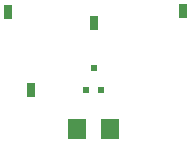
<source format=gbr>
G04 EAGLE Gerber X2 export*
%TF.Part,Single*%
%TF.FileFunction,Paste,Top*%
%TF.FilePolarity,Positive*%
%TF.GenerationSoftware,Autodesk,EAGLE,8.7.0*%
%TF.CreationDate,2018-03-12T13:44:09Z*%
G75*
%MOMM*%
%FSLAX34Y34*%
%LPD*%
%AMOC8*
5,1,8,0,0,1.08239X$1,22.5*%
G01*
%ADD10R,0.635000X1.270000*%
%ADD11R,0.600000X0.550000*%
%ADD12R,1.600000X1.803000*%


D10*
X74708Y131670D03*
D11*
X121079Y131535D03*
X134079Y131535D03*
X127579Y150035D03*
D10*
X127579Y187745D03*
D12*
X141799Y98347D03*
X113359Y98347D03*
D10*
X203460Y198144D03*
X55324Y197298D03*
M02*

</source>
